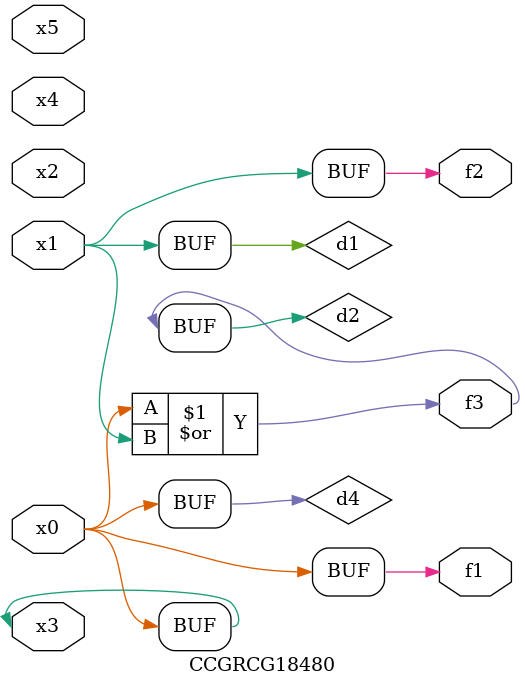
<source format=v>
module CCGRCG18480(
	input x0, x1, x2, x3, x4, x5,
	output f1, f2, f3
);

	wire d1, d2, d3, d4;

	and (d1, x1);
	or (d2, x0, x1);
	nand (d3, x0, x5);
	buf (d4, x0, x3);
	assign f1 = d4;
	assign f2 = d1;
	assign f3 = d2;
endmodule

</source>
